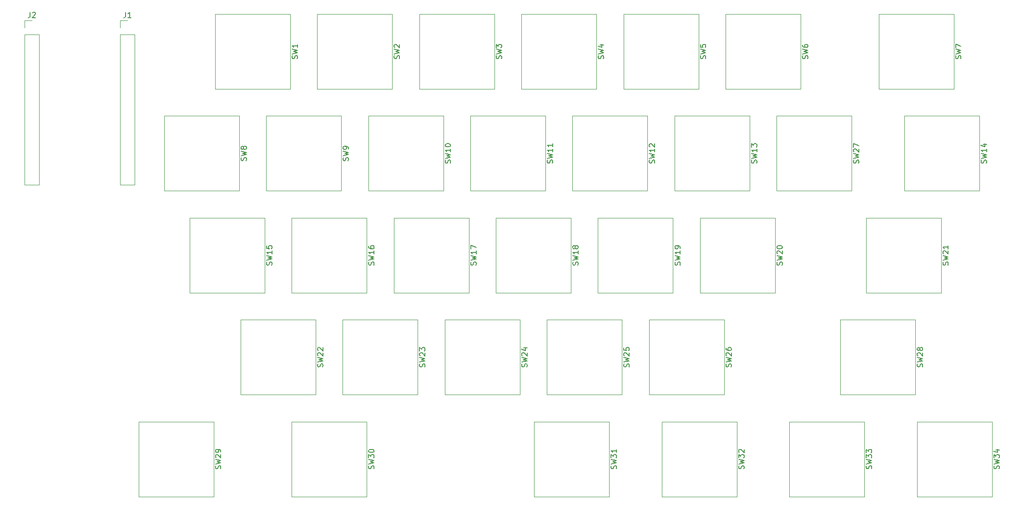
<source format=gbr>
%TF.GenerationSoftware,KiCad,Pcbnew,(6.0.4)*%
%TF.CreationDate,2022-03-31T09:00:27-07:00*%
%TF.ProjectId,hip-factor-3-r,6869702d-6661-4637-946f-722d332d722e,rev?*%
%TF.SameCoordinates,Original*%
%TF.FileFunction,Legend,Top*%
%TF.FilePolarity,Positive*%
%FSLAX46Y46*%
G04 Gerber Fmt 4.6, Leading zero omitted, Abs format (unit mm)*
G04 Created by KiCad (PCBNEW (6.0.4)) date 2022-03-31 09:00:27*
%MOMM*%
%LPD*%
G01*
G04 APERTURE LIST*
%ADD10C,0.150000*%
%ADD11C,0.120000*%
G04 APERTURE END LIST*
D10*
%TO.C,SW9*%
X84278761Y-60333333D02*
X84326380Y-60190476D01*
X84326380Y-59952380D01*
X84278761Y-59857142D01*
X84231142Y-59809523D01*
X84135904Y-59761904D01*
X84040666Y-59761904D01*
X83945428Y-59809523D01*
X83897809Y-59857142D01*
X83850190Y-59952380D01*
X83802571Y-60142857D01*
X83754952Y-60238095D01*
X83707333Y-60285714D01*
X83612095Y-60333333D01*
X83516857Y-60333333D01*
X83421619Y-60285714D01*
X83374000Y-60238095D01*
X83326380Y-60142857D01*
X83326380Y-59904761D01*
X83374000Y-59761904D01*
X83326380Y-59428571D02*
X84326380Y-59190476D01*
X83612095Y-59000000D01*
X84326380Y-58809523D01*
X83326380Y-58571428D01*
X84326380Y-58142857D02*
X84326380Y-57952380D01*
X84278761Y-57857142D01*
X84231142Y-57809523D01*
X84088285Y-57714285D01*
X83897809Y-57666666D01*
X83516857Y-57666666D01*
X83421619Y-57714285D01*
X83374000Y-57761904D01*
X83326380Y-57857142D01*
X83326380Y-58047619D01*
X83374000Y-58142857D01*
X83421619Y-58190476D01*
X83516857Y-58238095D01*
X83754952Y-58238095D01*
X83850190Y-58190476D01*
X83897809Y-58142857D01*
X83945428Y-58047619D01*
X83945428Y-57857142D01*
X83897809Y-57761904D01*
X83850190Y-57714285D01*
X83754952Y-57666666D01*
%TO.C,SW25*%
X136528761Y-98809523D02*
X136576380Y-98666666D01*
X136576380Y-98428571D01*
X136528761Y-98333333D01*
X136481142Y-98285714D01*
X136385904Y-98238095D01*
X136290666Y-98238095D01*
X136195428Y-98285714D01*
X136147809Y-98333333D01*
X136100190Y-98428571D01*
X136052571Y-98619047D01*
X136004952Y-98714285D01*
X135957333Y-98761904D01*
X135862095Y-98809523D01*
X135766857Y-98809523D01*
X135671619Y-98761904D01*
X135624000Y-98714285D01*
X135576380Y-98619047D01*
X135576380Y-98380952D01*
X135624000Y-98238095D01*
X135576380Y-97904761D02*
X136576380Y-97666666D01*
X135862095Y-97476190D01*
X136576380Y-97285714D01*
X135576380Y-97047619D01*
X135671619Y-96714285D02*
X135624000Y-96666666D01*
X135576380Y-96571428D01*
X135576380Y-96333333D01*
X135624000Y-96238095D01*
X135671619Y-96190476D01*
X135766857Y-96142857D01*
X135862095Y-96142857D01*
X136004952Y-96190476D01*
X136576380Y-96761904D01*
X136576380Y-96142857D01*
X135576380Y-95238095D02*
X135576380Y-95714285D01*
X136052571Y-95761904D01*
X136004952Y-95714285D01*
X135957333Y-95619047D01*
X135957333Y-95380952D01*
X136004952Y-95285714D01*
X136052571Y-95238095D01*
X136147809Y-95190476D01*
X136385904Y-95190476D01*
X136481142Y-95238095D01*
X136528761Y-95285714D01*
X136576380Y-95380952D01*
X136576380Y-95619047D01*
X136528761Y-95714285D01*
X136481142Y-95761904D01*
%TO.C,SW10*%
X103278761Y-60809523D02*
X103326380Y-60666666D01*
X103326380Y-60428571D01*
X103278761Y-60333333D01*
X103231142Y-60285714D01*
X103135904Y-60238095D01*
X103040666Y-60238095D01*
X102945428Y-60285714D01*
X102897809Y-60333333D01*
X102850190Y-60428571D01*
X102802571Y-60619047D01*
X102754952Y-60714285D01*
X102707333Y-60761904D01*
X102612095Y-60809523D01*
X102516857Y-60809523D01*
X102421619Y-60761904D01*
X102374000Y-60714285D01*
X102326380Y-60619047D01*
X102326380Y-60380952D01*
X102374000Y-60238095D01*
X102326380Y-59904761D02*
X103326380Y-59666666D01*
X102612095Y-59476190D01*
X103326380Y-59285714D01*
X102326380Y-59047619D01*
X103326380Y-58142857D02*
X103326380Y-58714285D01*
X103326380Y-58428571D02*
X102326380Y-58428571D01*
X102469238Y-58523809D01*
X102564476Y-58619047D01*
X102612095Y-58714285D01*
X102326380Y-57523809D02*
X102326380Y-57428571D01*
X102374000Y-57333333D01*
X102421619Y-57285714D01*
X102516857Y-57238095D01*
X102707333Y-57190476D01*
X102945428Y-57190476D01*
X103135904Y-57238095D01*
X103231142Y-57285714D01*
X103278761Y-57333333D01*
X103326380Y-57428571D01*
X103326380Y-57523809D01*
X103278761Y-57619047D01*
X103231142Y-57666666D01*
X103135904Y-57714285D01*
X102945428Y-57761904D01*
X102707333Y-57761904D01*
X102516857Y-57714285D01*
X102421619Y-57666666D01*
X102374000Y-57619047D01*
X102326380Y-57523809D01*
%TO.C,SW13*%
X160278761Y-60809523D02*
X160326380Y-60666666D01*
X160326380Y-60428571D01*
X160278761Y-60333333D01*
X160231142Y-60285714D01*
X160135904Y-60238095D01*
X160040666Y-60238095D01*
X159945428Y-60285714D01*
X159897809Y-60333333D01*
X159850190Y-60428571D01*
X159802571Y-60619047D01*
X159754952Y-60714285D01*
X159707333Y-60761904D01*
X159612095Y-60809523D01*
X159516857Y-60809523D01*
X159421619Y-60761904D01*
X159374000Y-60714285D01*
X159326380Y-60619047D01*
X159326380Y-60380952D01*
X159374000Y-60238095D01*
X159326380Y-59904761D02*
X160326380Y-59666666D01*
X159612095Y-59476190D01*
X160326380Y-59285714D01*
X159326380Y-59047619D01*
X160326380Y-58142857D02*
X160326380Y-58714285D01*
X160326380Y-58428571D02*
X159326380Y-58428571D01*
X159469238Y-58523809D01*
X159564476Y-58619047D01*
X159612095Y-58714285D01*
X159326380Y-57809523D02*
X159326380Y-57190476D01*
X159707333Y-57523809D01*
X159707333Y-57380952D01*
X159754952Y-57285714D01*
X159802571Y-57238095D01*
X159897809Y-57190476D01*
X160135904Y-57190476D01*
X160231142Y-57238095D01*
X160278761Y-57285714D01*
X160326380Y-57380952D01*
X160326380Y-57666666D01*
X160278761Y-57761904D01*
X160231142Y-57809523D01*
%TO.C,SW5*%
X150778761Y-41333333D02*
X150826380Y-41190476D01*
X150826380Y-40952380D01*
X150778761Y-40857142D01*
X150731142Y-40809523D01*
X150635904Y-40761904D01*
X150540666Y-40761904D01*
X150445428Y-40809523D01*
X150397809Y-40857142D01*
X150350190Y-40952380D01*
X150302571Y-41142857D01*
X150254952Y-41238095D01*
X150207333Y-41285714D01*
X150112095Y-41333333D01*
X150016857Y-41333333D01*
X149921619Y-41285714D01*
X149874000Y-41238095D01*
X149826380Y-41142857D01*
X149826380Y-40904761D01*
X149874000Y-40761904D01*
X149826380Y-40428571D02*
X150826380Y-40190476D01*
X150112095Y-40000000D01*
X150826380Y-39809523D01*
X149826380Y-39571428D01*
X149826380Y-38714285D02*
X149826380Y-39190476D01*
X150302571Y-39238095D01*
X150254952Y-39190476D01*
X150207333Y-39095238D01*
X150207333Y-38857142D01*
X150254952Y-38761904D01*
X150302571Y-38714285D01*
X150397809Y-38666666D01*
X150635904Y-38666666D01*
X150731142Y-38714285D01*
X150778761Y-38761904D01*
X150826380Y-38857142D01*
X150826380Y-39095238D01*
X150778761Y-39190476D01*
X150731142Y-39238095D01*
%TO.C,SW34*%
X205403761Y-117809523D02*
X205451380Y-117666666D01*
X205451380Y-117428571D01*
X205403761Y-117333333D01*
X205356142Y-117285714D01*
X205260904Y-117238095D01*
X205165666Y-117238095D01*
X205070428Y-117285714D01*
X205022809Y-117333333D01*
X204975190Y-117428571D01*
X204927571Y-117619047D01*
X204879952Y-117714285D01*
X204832333Y-117761904D01*
X204737095Y-117809523D01*
X204641857Y-117809523D01*
X204546619Y-117761904D01*
X204499000Y-117714285D01*
X204451380Y-117619047D01*
X204451380Y-117380952D01*
X204499000Y-117238095D01*
X204451380Y-116904761D02*
X205451380Y-116666666D01*
X204737095Y-116476190D01*
X205451380Y-116285714D01*
X204451380Y-116047619D01*
X204451380Y-115761904D02*
X204451380Y-115142857D01*
X204832333Y-115476190D01*
X204832333Y-115333333D01*
X204879952Y-115238095D01*
X204927571Y-115190476D01*
X205022809Y-115142857D01*
X205260904Y-115142857D01*
X205356142Y-115190476D01*
X205403761Y-115238095D01*
X205451380Y-115333333D01*
X205451380Y-115619047D01*
X205403761Y-115714285D01*
X205356142Y-115761904D01*
X204784714Y-114285714D02*
X205451380Y-114285714D01*
X204403761Y-114523809D02*
X205118047Y-114761904D01*
X205118047Y-114142857D01*
%TO.C,SW8*%
X65278761Y-60333333D02*
X65326380Y-60190476D01*
X65326380Y-59952380D01*
X65278761Y-59857142D01*
X65231142Y-59809523D01*
X65135904Y-59761904D01*
X65040666Y-59761904D01*
X64945428Y-59809523D01*
X64897809Y-59857142D01*
X64850190Y-59952380D01*
X64802571Y-60142857D01*
X64754952Y-60238095D01*
X64707333Y-60285714D01*
X64612095Y-60333333D01*
X64516857Y-60333333D01*
X64421619Y-60285714D01*
X64374000Y-60238095D01*
X64326380Y-60142857D01*
X64326380Y-59904761D01*
X64374000Y-59761904D01*
X64326380Y-59428571D02*
X65326380Y-59190476D01*
X64612095Y-59000000D01*
X65326380Y-58809523D01*
X64326380Y-58571428D01*
X64754952Y-58047619D02*
X64707333Y-58142857D01*
X64659714Y-58190476D01*
X64564476Y-58238095D01*
X64516857Y-58238095D01*
X64421619Y-58190476D01*
X64374000Y-58142857D01*
X64326380Y-58047619D01*
X64326380Y-57857142D01*
X64374000Y-57761904D01*
X64421619Y-57714285D01*
X64516857Y-57666666D01*
X64564476Y-57666666D01*
X64659714Y-57714285D01*
X64707333Y-57761904D01*
X64754952Y-57857142D01*
X64754952Y-58047619D01*
X64802571Y-58142857D01*
X64850190Y-58190476D01*
X64945428Y-58238095D01*
X65135904Y-58238095D01*
X65231142Y-58190476D01*
X65278761Y-58142857D01*
X65326380Y-58047619D01*
X65326380Y-57857142D01*
X65278761Y-57761904D01*
X65231142Y-57714285D01*
X65135904Y-57666666D01*
X64945428Y-57666666D01*
X64850190Y-57714285D01*
X64802571Y-57761904D01*
X64754952Y-57857142D01*
%TO.C,SW18*%
X127028761Y-79809523D02*
X127076380Y-79666666D01*
X127076380Y-79428571D01*
X127028761Y-79333333D01*
X126981142Y-79285714D01*
X126885904Y-79238095D01*
X126790666Y-79238095D01*
X126695428Y-79285714D01*
X126647809Y-79333333D01*
X126600190Y-79428571D01*
X126552571Y-79619047D01*
X126504952Y-79714285D01*
X126457333Y-79761904D01*
X126362095Y-79809523D01*
X126266857Y-79809523D01*
X126171619Y-79761904D01*
X126124000Y-79714285D01*
X126076380Y-79619047D01*
X126076380Y-79380952D01*
X126124000Y-79238095D01*
X126076380Y-78904761D02*
X127076380Y-78666666D01*
X126362095Y-78476190D01*
X127076380Y-78285714D01*
X126076380Y-78047619D01*
X127076380Y-77142857D02*
X127076380Y-77714285D01*
X127076380Y-77428571D02*
X126076380Y-77428571D01*
X126219238Y-77523809D01*
X126314476Y-77619047D01*
X126362095Y-77714285D01*
X126504952Y-76571428D02*
X126457333Y-76666666D01*
X126409714Y-76714285D01*
X126314476Y-76761904D01*
X126266857Y-76761904D01*
X126171619Y-76714285D01*
X126124000Y-76666666D01*
X126076380Y-76571428D01*
X126076380Y-76380952D01*
X126124000Y-76285714D01*
X126171619Y-76238095D01*
X126266857Y-76190476D01*
X126314476Y-76190476D01*
X126409714Y-76238095D01*
X126457333Y-76285714D01*
X126504952Y-76380952D01*
X126504952Y-76571428D01*
X126552571Y-76666666D01*
X126600190Y-76714285D01*
X126695428Y-76761904D01*
X126885904Y-76761904D01*
X126981142Y-76714285D01*
X127028761Y-76666666D01*
X127076380Y-76571428D01*
X127076380Y-76380952D01*
X127028761Y-76285714D01*
X126981142Y-76238095D01*
X126885904Y-76190476D01*
X126695428Y-76190476D01*
X126600190Y-76238095D01*
X126552571Y-76285714D01*
X126504952Y-76380952D01*
%TO.C,SW32*%
X157903761Y-117809523D02*
X157951380Y-117666666D01*
X157951380Y-117428571D01*
X157903761Y-117333333D01*
X157856142Y-117285714D01*
X157760904Y-117238095D01*
X157665666Y-117238095D01*
X157570428Y-117285714D01*
X157522809Y-117333333D01*
X157475190Y-117428571D01*
X157427571Y-117619047D01*
X157379952Y-117714285D01*
X157332333Y-117761904D01*
X157237095Y-117809523D01*
X157141857Y-117809523D01*
X157046619Y-117761904D01*
X156999000Y-117714285D01*
X156951380Y-117619047D01*
X156951380Y-117380952D01*
X156999000Y-117238095D01*
X156951380Y-116904761D02*
X157951380Y-116666666D01*
X157237095Y-116476190D01*
X157951380Y-116285714D01*
X156951380Y-116047619D01*
X156951380Y-115761904D02*
X156951380Y-115142857D01*
X157332333Y-115476190D01*
X157332333Y-115333333D01*
X157379952Y-115238095D01*
X157427571Y-115190476D01*
X157522809Y-115142857D01*
X157760904Y-115142857D01*
X157856142Y-115190476D01*
X157903761Y-115238095D01*
X157951380Y-115333333D01*
X157951380Y-115619047D01*
X157903761Y-115714285D01*
X157856142Y-115761904D01*
X157046619Y-114761904D02*
X156999000Y-114714285D01*
X156951380Y-114619047D01*
X156951380Y-114380952D01*
X156999000Y-114285714D01*
X157046619Y-114238095D01*
X157141857Y-114190476D01*
X157237095Y-114190476D01*
X157379952Y-114238095D01*
X157951380Y-114809523D01*
X157951380Y-114190476D01*
%TO.C,SW27*%
X179278761Y-60809523D02*
X179326380Y-60666666D01*
X179326380Y-60428571D01*
X179278761Y-60333333D01*
X179231142Y-60285714D01*
X179135904Y-60238095D01*
X179040666Y-60238095D01*
X178945428Y-60285714D01*
X178897809Y-60333333D01*
X178850190Y-60428571D01*
X178802571Y-60619047D01*
X178754952Y-60714285D01*
X178707333Y-60761904D01*
X178612095Y-60809523D01*
X178516857Y-60809523D01*
X178421619Y-60761904D01*
X178374000Y-60714285D01*
X178326380Y-60619047D01*
X178326380Y-60380952D01*
X178374000Y-60238095D01*
X178326380Y-59904761D02*
X179326380Y-59666666D01*
X178612095Y-59476190D01*
X179326380Y-59285714D01*
X178326380Y-59047619D01*
X178421619Y-58714285D02*
X178374000Y-58666666D01*
X178326380Y-58571428D01*
X178326380Y-58333333D01*
X178374000Y-58238095D01*
X178421619Y-58190476D01*
X178516857Y-58142857D01*
X178612095Y-58142857D01*
X178754952Y-58190476D01*
X179326380Y-58761904D01*
X179326380Y-58142857D01*
X178326380Y-57809523D02*
X178326380Y-57142857D01*
X179326380Y-57571428D01*
%TO.C,SW1*%
X74778761Y-41333333D02*
X74826380Y-41190476D01*
X74826380Y-40952380D01*
X74778761Y-40857142D01*
X74731142Y-40809523D01*
X74635904Y-40761904D01*
X74540666Y-40761904D01*
X74445428Y-40809523D01*
X74397809Y-40857142D01*
X74350190Y-40952380D01*
X74302571Y-41142857D01*
X74254952Y-41238095D01*
X74207333Y-41285714D01*
X74112095Y-41333333D01*
X74016857Y-41333333D01*
X73921619Y-41285714D01*
X73874000Y-41238095D01*
X73826380Y-41142857D01*
X73826380Y-40904761D01*
X73874000Y-40761904D01*
X73826380Y-40428571D02*
X74826380Y-40190476D01*
X74112095Y-40000000D01*
X74826380Y-39809523D01*
X73826380Y-39571428D01*
X74826380Y-38666666D02*
X74826380Y-39238095D01*
X74826380Y-38952380D02*
X73826380Y-38952380D01*
X73969238Y-39047619D01*
X74064476Y-39142857D01*
X74112095Y-39238095D01*
%TO.C,SW21*%
X195903761Y-79809523D02*
X195951380Y-79666666D01*
X195951380Y-79428571D01*
X195903761Y-79333333D01*
X195856142Y-79285714D01*
X195760904Y-79238095D01*
X195665666Y-79238095D01*
X195570428Y-79285714D01*
X195522809Y-79333333D01*
X195475190Y-79428571D01*
X195427571Y-79619047D01*
X195379952Y-79714285D01*
X195332333Y-79761904D01*
X195237095Y-79809523D01*
X195141857Y-79809523D01*
X195046619Y-79761904D01*
X194999000Y-79714285D01*
X194951380Y-79619047D01*
X194951380Y-79380952D01*
X194999000Y-79238095D01*
X194951380Y-78904761D02*
X195951380Y-78666666D01*
X195237095Y-78476190D01*
X195951380Y-78285714D01*
X194951380Y-78047619D01*
X195046619Y-77714285D02*
X194999000Y-77666666D01*
X194951380Y-77571428D01*
X194951380Y-77333333D01*
X194999000Y-77238095D01*
X195046619Y-77190476D01*
X195141857Y-77142857D01*
X195237095Y-77142857D01*
X195379952Y-77190476D01*
X195951380Y-77761904D01*
X195951380Y-77142857D01*
X195951380Y-76190476D02*
X195951380Y-76761904D01*
X195951380Y-76476190D02*
X194951380Y-76476190D01*
X195094238Y-76571428D01*
X195189476Y-76666666D01*
X195237095Y-76761904D01*
%TO.C,SW17*%
X108028761Y-79809523D02*
X108076380Y-79666666D01*
X108076380Y-79428571D01*
X108028761Y-79333333D01*
X107981142Y-79285714D01*
X107885904Y-79238095D01*
X107790666Y-79238095D01*
X107695428Y-79285714D01*
X107647809Y-79333333D01*
X107600190Y-79428571D01*
X107552571Y-79619047D01*
X107504952Y-79714285D01*
X107457333Y-79761904D01*
X107362095Y-79809523D01*
X107266857Y-79809523D01*
X107171619Y-79761904D01*
X107124000Y-79714285D01*
X107076380Y-79619047D01*
X107076380Y-79380952D01*
X107124000Y-79238095D01*
X107076380Y-78904761D02*
X108076380Y-78666666D01*
X107362095Y-78476190D01*
X108076380Y-78285714D01*
X107076380Y-78047619D01*
X108076380Y-77142857D02*
X108076380Y-77714285D01*
X108076380Y-77428571D02*
X107076380Y-77428571D01*
X107219238Y-77523809D01*
X107314476Y-77619047D01*
X107362095Y-77714285D01*
X107076380Y-76809523D02*
X107076380Y-76142857D01*
X108076380Y-76571428D01*
%TO.C,SW14*%
X203028761Y-60809523D02*
X203076380Y-60666666D01*
X203076380Y-60428571D01*
X203028761Y-60333333D01*
X202981142Y-60285714D01*
X202885904Y-60238095D01*
X202790666Y-60238095D01*
X202695428Y-60285714D01*
X202647809Y-60333333D01*
X202600190Y-60428571D01*
X202552571Y-60619047D01*
X202504952Y-60714285D01*
X202457333Y-60761904D01*
X202362095Y-60809523D01*
X202266857Y-60809523D01*
X202171619Y-60761904D01*
X202124000Y-60714285D01*
X202076380Y-60619047D01*
X202076380Y-60380952D01*
X202124000Y-60238095D01*
X202076380Y-59904761D02*
X203076380Y-59666666D01*
X202362095Y-59476190D01*
X203076380Y-59285714D01*
X202076380Y-59047619D01*
X203076380Y-58142857D02*
X203076380Y-58714285D01*
X203076380Y-58428571D02*
X202076380Y-58428571D01*
X202219238Y-58523809D01*
X202314476Y-58619047D01*
X202362095Y-58714285D01*
X202409714Y-57285714D02*
X203076380Y-57285714D01*
X202028761Y-57523809D02*
X202743047Y-57761904D01*
X202743047Y-57142857D01*
%TO.C,J1*%
X42846666Y-32682380D02*
X42846666Y-33396666D01*
X42799047Y-33539523D01*
X42703809Y-33634761D01*
X42560952Y-33682380D01*
X42465714Y-33682380D01*
X43846666Y-33682380D02*
X43275238Y-33682380D01*
X43560952Y-33682380D02*
X43560952Y-32682380D01*
X43465714Y-32825238D01*
X43370476Y-32920476D01*
X43275238Y-32968095D01*
%TO.C,SW29*%
X60528761Y-117809523D02*
X60576380Y-117666666D01*
X60576380Y-117428571D01*
X60528761Y-117333333D01*
X60481142Y-117285714D01*
X60385904Y-117238095D01*
X60290666Y-117238095D01*
X60195428Y-117285714D01*
X60147809Y-117333333D01*
X60100190Y-117428571D01*
X60052571Y-117619047D01*
X60004952Y-117714285D01*
X59957333Y-117761904D01*
X59862095Y-117809523D01*
X59766857Y-117809523D01*
X59671619Y-117761904D01*
X59624000Y-117714285D01*
X59576380Y-117619047D01*
X59576380Y-117380952D01*
X59624000Y-117238095D01*
X59576380Y-116904761D02*
X60576380Y-116666666D01*
X59862095Y-116476190D01*
X60576380Y-116285714D01*
X59576380Y-116047619D01*
X59671619Y-115714285D02*
X59624000Y-115666666D01*
X59576380Y-115571428D01*
X59576380Y-115333333D01*
X59624000Y-115238095D01*
X59671619Y-115190476D01*
X59766857Y-115142857D01*
X59862095Y-115142857D01*
X60004952Y-115190476D01*
X60576380Y-115761904D01*
X60576380Y-115142857D01*
X60576380Y-114666666D02*
X60576380Y-114476190D01*
X60528761Y-114380952D01*
X60481142Y-114333333D01*
X60338285Y-114238095D01*
X60147809Y-114190476D01*
X59766857Y-114190476D01*
X59671619Y-114238095D01*
X59624000Y-114285714D01*
X59576380Y-114380952D01*
X59576380Y-114571428D01*
X59624000Y-114666666D01*
X59671619Y-114714285D01*
X59766857Y-114761904D01*
X60004952Y-114761904D01*
X60100190Y-114714285D01*
X60147809Y-114666666D01*
X60195428Y-114571428D01*
X60195428Y-114380952D01*
X60147809Y-114285714D01*
X60100190Y-114238095D01*
X60004952Y-114190476D01*
%TO.C,SW31*%
X134153761Y-117809523D02*
X134201380Y-117666666D01*
X134201380Y-117428571D01*
X134153761Y-117333333D01*
X134106142Y-117285714D01*
X134010904Y-117238095D01*
X133915666Y-117238095D01*
X133820428Y-117285714D01*
X133772809Y-117333333D01*
X133725190Y-117428571D01*
X133677571Y-117619047D01*
X133629952Y-117714285D01*
X133582333Y-117761904D01*
X133487095Y-117809523D01*
X133391857Y-117809523D01*
X133296619Y-117761904D01*
X133249000Y-117714285D01*
X133201380Y-117619047D01*
X133201380Y-117380952D01*
X133249000Y-117238095D01*
X133201380Y-116904761D02*
X134201380Y-116666666D01*
X133487095Y-116476190D01*
X134201380Y-116285714D01*
X133201380Y-116047619D01*
X133201380Y-115761904D02*
X133201380Y-115142857D01*
X133582333Y-115476190D01*
X133582333Y-115333333D01*
X133629952Y-115238095D01*
X133677571Y-115190476D01*
X133772809Y-115142857D01*
X134010904Y-115142857D01*
X134106142Y-115190476D01*
X134153761Y-115238095D01*
X134201380Y-115333333D01*
X134201380Y-115619047D01*
X134153761Y-115714285D01*
X134106142Y-115761904D01*
X134201380Y-114190476D02*
X134201380Y-114761904D01*
X134201380Y-114476190D02*
X133201380Y-114476190D01*
X133344238Y-114571428D01*
X133439476Y-114666666D01*
X133487095Y-114761904D01*
%TO.C,SW23*%
X98528761Y-98809523D02*
X98576380Y-98666666D01*
X98576380Y-98428571D01*
X98528761Y-98333333D01*
X98481142Y-98285714D01*
X98385904Y-98238095D01*
X98290666Y-98238095D01*
X98195428Y-98285714D01*
X98147809Y-98333333D01*
X98100190Y-98428571D01*
X98052571Y-98619047D01*
X98004952Y-98714285D01*
X97957333Y-98761904D01*
X97862095Y-98809523D01*
X97766857Y-98809523D01*
X97671619Y-98761904D01*
X97624000Y-98714285D01*
X97576380Y-98619047D01*
X97576380Y-98380952D01*
X97624000Y-98238095D01*
X97576380Y-97904761D02*
X98576380Y-97666666D01*
X97862095Y-97476190D01*
X98576380Y-97285714D01*
X97576380Y-97047619D01*
X97671619Y-96714285D02*
X97624000Y-96666666D01*
X97576380Y-96571428D01*
X97576380Y-96333333D01*
X97624000Y-96238095D01*
X97671619Y-96190476D01*
X97766857Y-96142857D01*
X97862095Y-96142857D01*
X98004952Y-96190476D01*
X98576380Y-96761904D01*
X98576380Y-96142857D01*
X97576380Y-95809523D02*
X97576380Y-95190476D01*
X97957333Y-95523809D01*
X97957333Y-95380952D01*
X98004952Y-95285714D01*
X98052571Y-95238095D01*
X98147809Y-95190476D01*
X98385904Y-95190476D01*
X98481142Y-95238095D01*
X98528761Y-95285714D01*
X98576380Y-95380952D01*
X98576380Y-95666666D01*
X98528761Y-95761904D01*
X98481142Y-95809523D01*
%TO.C,SW12*%
X141278761Y-60809523D02*
X141326380Y-60666666D01*
X141326380Y-60428571D01*
X141278761Y-60333333D01*
X141231142Y-60285714D01*
X141135904Y-60238095D01*
X141040666Y-60238095D01*
X140945428Y-60285714D01*
X140897809Y-60333333D01*
X140850190Y-60428571D01*
X140802571Y-60619047D01*
X140754952Y-60714285D01*
X140707333Y-60761904D01*
X140612095Y-60809523D01*
X140516857Y-60809523D01*
X140421619Y-60761904D01*
X140374000Y-60714285D01*
X140326380Y-60619047D01*
X140326380Y-60380952D01*
X140374000Y-60238095D01*
X140326380Y-59904761D02*
X141326380Y-59666666D01*
X140612095Y-59476190D01*
X141326380Y-59285714D01*
X140326380Y-59047619D01*
X141326380Y-58142857D02*
X141326380Y-58714285D01*
X141326380Y-58428571D02*
X140326380Y-58428571D01*
X140469238Y-58523809D01*
X140564476Y-58619047D01*
X140612095Y-58714285D01*
X140421619Y-57761904D02*
X140374000Y-57714285D01*
X140326380Y-57619047D01*
X140326380Y-57380952D01*
X140374000Y-57285714D01*
X140421619Y-57238095D01*
X140516857Y-57190476D01*
X140612095Y-57190476D01*
X140754952Y-57238095D01*
X141326380Y-57809523D01*
X141326380Y-57190476D01*
%TO.C,SW19*%
X146028761Y-79809523D02*
X146076380Y-79666666D01*
X146076380Y-79428571D01*
X146028761Y-79333333D01*
X145981142Y-79285714D01*
X145885904Y-79238095D01*
X145790666Y-79238095D01*
X145695428Y-79285714D01*
X145647809Y-79333333D01*
X145600190Y-79428571D01*
X145552571Y-79619047D01*
X145504952Y-79714285D01*
X145457333Y-79761904D01*
X145362095Y-79809523D01*
X145266857Y-79809523D01*
X145171619Y-79761904D01*
X145124000Y-79714285D01*
X145076380Y-79619047D01*
X145076380Y-79380952D01*
X145124000Y-79238095D01*
X145076380Y-78904761D02*
X146076380Y-78666666D01*
X145362095Y-78476190D01*
X146076380Y-78285714D01*
X145076380Y-78047619D01*
X146076380Y-77142857D02*
X146076380Y-77714285D01*
X146076380Y-77428571D02*
X145076380Y-77428571D01*
X145219238Y-77523809D01*
X145314476Y-77619047D01*
X145362095Y-77714285D01*
X146076380Y-76666666D02*
X146076380Y-76476190D01*
X146028761Y-76380952D01*
X145981142Y-76333333D01*
X145838285Y-76238095D01*
X145647809Y-76190476D01*
X145266857Y-76190476D01*
X145171619Y-76238095D01*
X145124000Y-76285714D01*
X145076380Y-76380952D01*
X145076380Y-76571428D01*
X145124000Y-76666666D01*
X145171619Y-76714285D01*
X145266857Y-76761904D01*
X145504952Y-76761904D01*
X145600190Y-76714285D01*
X145647809Y-76666666D01*
X145695428Y-76571428D01*
X145695428Y-76380952D01*
X145647809Y-76285714D01*
X145600190Y-76238095D01*
X145504952Y-76190476D01*
%TO.C,SW2*%
X93778761Y-41333333D02*
X93826380Y-41190476D01*
X93826380Y-40952380D01*
X93778761Y-40857142D01*
X93731142Y-40809523D01*
X93635904Y-40761904D01*
X93540666Y-40761904D01*
X93445428Y-40809523D01*
X93397809Y-40857142D01*
X93350190Y-40952380D01*
X93302571Y-41142857D01*
X93254952Y-41238095D01*
X93207333Y-41285714D01*
X93112095Y-41333333D01*
X93016857Y-41333333D01*
X92921619Y-41285714D01*
X92874000Y-41238095D01*
X92826380Y-41142857D01*
X92826380Y-40904761D01*
X92874000Y-40761904D01*
X92826380Y-40428571D02*
X93826380Y-40190476D01*
X93112095Y-40000000D01*
X93826380Y-39809523D01*
X92826380Y-39571428D01*
X92921619Y-39238095D02*
X92874000Y-39190476D01*
X92826380Y-39095238D01*
X92826380Y-38857142D01*
X92874000Y-38761904D01*
X92921619Y-38714285D01*
X93016857Y-38666666D01*
X93112095Y-38666666D01*
X93254952Y-38714285D01*
X93826380Y-39285714D01*
X93826380Y-38666666D01*
%TO.C,SW16*%
X89028761Y-79809523D02*
X89076380Y-79666666D01*
X89076380Y-79428571D01*
X89028761Y-79333333D01*
X88981142Y-79285714D01*
X88885904Y-79238095D01*
X88790666Y-79238095D01*
X88695428Y-79285714D01*
X88647809Y-79333333D01*
X88600190Y-79428571D01*
X88552571Y-79619047D01*
X88504952Y-79714285D01*
X88457333Y-79761904D01*
X88362095Y-79809523D01*
X88266857Y-79809523D01*
X88171619Y-79761904D01*
X88124000Y-79714285D01*
X88076380Y-79619047D01*
X88076380Y-79380952D01*
X88124000Y-79238095D01*
X88076380Y-78904761D02*
X89076380Y-78666666D01*
X88362095Y-78476190D01*
X89076380Y-78285714D01*
X88076380Y-78047619D01*
X89076380Y-77142857D02*
X89076380Y-77714285D01*
X89076380Y-77428571D02*
X88076380Y-77428571D01*
X88219238Y-77523809D01*
X88314476Y-77619047D01*
X88362095Y-77714285D01*
X88076380Y-76285714D02*
X88076380Y-76476190D01*
X88124000Y-76571428D01*
X88171619Y-76619047D01*
X88314476Y-76714285D01*
X88504952Y-76761904D01*
X88885904Y-76761904D01*
X88981142Y-76714285D01*
X89028761Y-76666666D01*
X89076380Y-76571428D01*
X89076380Y-76380952D01*
X89028761Y-76285714D01*
X88981142Y-76238095D01*
X88885904Y-76190476D01*
X88647809Y-76190476D01*
X88552571Y-76238095D01*
X88504952Y-76285714D01*
X88457333Y-76380952D01*
X88457333Y-76571428D01*
X88504952Y-76666666D01*
X88552571Y-76714285D01*
X88647809Y-76761904D01*
%TO.C,SW26*%
X155528761Y-98809523D02*
X155576380Y-98666666D01*
X155576380Y-98428571D01*
X155528761Y-98333333D01*
X155481142Y-98285714D01*
X155385904Y-98238095D01*
X155290666Y-98238095D01*
X155195428Y-98285714D01*
X155147809Y-98333333D01*
X155100190Y-98428571D01*
X155052571Y-98619047D01*
X155004952Y-98714285D01*
X154957333Y-98761904D01*
X154862095Y-98809523D01*
X154766857Y-98809523D01*
X154671619Y-98761904D01*
X154624000Y-98714285D01*
X154576380Y-98619047D01*
X154576380Y-98380952D01*
X154624000Y-98238095D01*
X154576380Y-97904761D02*
X155576380Y-97666666D01*
X154862095Y-97476190D01*
X155576380Y-97285714D01*
X154576380Y-97047619D01*
X154671619Y-96714285D02*
X154624000Y-96666666D01*
X154576380Y-96571428D01*
X154576380Y-96333333D01*
X154624000Y-96238095D01*
X154671619Y-96190476D01*
X154766857Y-96142857D01*
X154862095Y-96142857D01*
X155004952Y-96190476D01*
X155576380Y-96761904D01*
X155576380Y-96142857D01*
X154576380Y-95285714D02*
X154576380Y-95476190D01*
X154624000Y-95571428D01*
X154671619Y-95619047D01*
X154814476Y-95714285D01*
X155004952Y-95761904D01*
X155385904Y-95761904D01*
X155481142Y-95714285D01*
X155528761Y-95666666D01*
X155576380Y-95571428D01*
X155576380Y-95380952D01*
X155528761Y-95285714D01*
X155481142Y-95238095D01*
X155385904Y-95190476D01*
X155147809Y-95190476D01*
X155052571Y-95238095D01*
X155004952Y-95285714D01*
X154957333Y-95380952D01*
X154957333Y-95571428D01*
X155004952Y-95666666D01*
X155052571Y-95714285D01*
X155147809Y-95761904D01*
%TO.C,SW7*%
X198278761Y-41333333D02*
X198326380Y-41190476D01*
X198326380Y-40952380D01*
X198278761Y-40857142D01*
X198231142Y-40809523D01*
X198135904Y-40761904D01*
X198040666Y-40761904D01*
X197945428Y-40809523D01*
X197897809Y-40857142D01*
X197850190Y-40952380D01*
X197802571Y-41142857D01*
X197754952Y-41238095D01*
X197707333Y-41285714D01*
X197612095Y-41333333D01*
X197516857Y-41333333D01*
X197421619Y-41285714D01*
X197374000Y-41238095D01*
X197326380Y-41142857D01*
X197326380Y-40904761D01*
X197374000Y-40761904D01*
X197326380Y-40428571D02*
X198326380Y-40190476D01*
X197612095Y-40000000D01*
X198326380Y-39809523D01*
X197326380Y-39571428D01*
X197326380Y-39285714D02*
X197326380Y-38619047D01*
X198326380Y-39047619D01*
%TO.C,SW20*%
X165028761Y-79809523D02*
X165076380Y-79666666D01*
X165076380Y-79428571D01*
X165028761Y-79333333D01*
X164981142Y-79285714D01*
X164885904Y-79238095D01*
X164790666Y-79238095D01*
X164695428Y-79285714D01*
X164647809Y-79333333D01*
X164600190Y-79428571D01*
X164552571Y-79619047D01*
X164504952Y-79714285D01*
X164457333Y-79761904D01*
X164362095Y-79809523D01*
X164266857Y-79809523D01*
X164171619Y-79761904D01*
X164124000Y-79714285D01*
X164076380Y-79619047D01*
X164076380Y-79380952D01*
X164124000Y-79238095D01*
X164076380Y-78904761D02*
X165076380Y-78666666D01*
X164362095Y-78476190D01*
X165076380Y-78285714D01*
X164076380Y-78047619D01*
X164171619Y-77714285D02*
X164124000Y-77666666D01*
X164076380Y-77571428D01*
X164076380Y-77333333D01*
X164124000Y-77238095D01*
X164171619Y-77190476D01*
X164266857Y-77142857D01*
X164362095Y-77142857D01*
X164504952Y-77190476D01*
X165076380Y-77761904D01*
X165076380Y-77142857D01*
X164076380Y-76523809D02*
X164076380Y-76428571D01*
X164124000Y-76333333D01*
X164171619Y-76285714D01*
X164266857Y-76238095D01*
X164457333Y-76190476D01*
X164695428Y-76190476D01*
X164885904Y-76238095D01*
X164981142Y-76285714D01*
X165028761Y-76333333D01*
X165076380Y-76428571D01*
X165076380Y-76523809D01*
X165028761Y-76619047D01*
X164981142Y-76666666D01*
X164885904Y-76714285D01*
X164695428Y-76761904D01*
X164457333Y-76761904D01*
X164266857Y-76714285D01*
X164171619Y-76666666D01*
X164124000Y-76619047D01*
X164076380Y-76523809D01*
%TO.C,SW4*%
X131778761Y-41333333D02*
X131826380Y-41190476D01*
X131826380Y-40952380D01*
X131778761Y-40857142D01*
X131731142Y-40809523D01*
X131635904Y-40761904D01*
X131540666Y-40761904D01*
X131445428Y-40809523D01*
X131397809Y-40857142D01*
X131350190Y-40952380D01*
X131302571Y-41142857D01*
X131254952Y-41238095D01*
X131207333Y-41285714D01*
X131112095Y-41333333D01*
X131016857Y-41333333D01*
X130921619Y-41285714D01*
X130874000Y-41238095D01*
X130826380Y-41142857D01*
X130826380Y-40904761D01*
X130874000Y-40761904D01*
X130826380Y-40428571D02*
X131826380Y-40190476D01*
X131112095Y-40000000D01*
X131826380Y-39809523D01*
X130826380Y-39571428D01*
X131159714Y-38761904D02*
X131826380Y-38761904D01*
X130778761Y-39000000D02*
X131493047Y-39238095D01*
X131493047Y-38619047D01*
%TO.C,SW11*%
X122278761Y-60809523D02*
X122326380Y-60666666D01*
X122326380Y-60428571D01*
X122278761Y-60333333D01*
X122231142Y-60285714D01*
X122135904Y-60238095D01*
X122040666Y-60238095D01*
X121945428Y-60285714D01*
X121897809Y-60333333D01*
X121850190Y-60428571D01*
X121802571Y-60619047D01*
X121754952Y-60714285D01*
X121707333Y-60761904D01*
X121612095Y-60809523D01*
X121516857Y-60809523D01*
X121421619Y-60761904D01*
X121374000Y-60714285D01*
X121326380Y-60619047D01*
X121326380Y-60380952D01*
X121374000Y-60238095D01*
X121326380Y-59904761D02*
X122326380Y-59666666D01*
X121612095Y-59476190D01*
X122326380Y-59285714D01*
X121326380Y-59047619D01*
X122326380Y-58142857D02*
X122326380Y-58714285D01*
X122326380Y-58428571D02*
X121326380Y-58428571D01*
X121469238Y-58523809D01*
X121564476Y-58619047D01*
X121612095Y-58714285D01*
X122326380Y-57190476D02*
X122326380Y-57761904D01*
X122326380Y-57476190D02*
X121326380Y-57476190D01*
X121469238Y-57571428D01*
X121564476Y-57666666D01*
X121612095Y-57761904D01*
%TO.C,SW33*%
X181653761Y-117809523D02*
X181701380Y-117666666D01*
X181701380Y-117428571D01*
X181653761Y-117333333D01*
X181606142Y-117285714D01*
X181510904Y-117238095D01*
X181415666Y-117238095D01*
X181320428Y-117285714D01*
X181272809Y-117333333D01*
X181225190Y-117428571D01*
X181177571Y-117619047D01*
X181129952Y-117714285D01*
X181082333Y-117761904D01*
X180987095Y-117809523D01*
X180891857Y-117809523D01*
X180796619Y-117761904D01*
X180749000Y-117714285D01*
X180701380Y-117619047D01*
X180701380Y-117380952D01*
X180749000Y-117238095D01*
X180701380Y-116904761D02*
X181701380Y-116666666D01*
X180987095Y-116476190D01*
X181701380Y-116285714D01*
X180701380Y-116047619D01*
X180701380Y-115761904D02*
X180701380Y-115142857D01*
X181082333Y-115476190D01*
X181082333Y-115333333D01*
X181129952Y-115238095D01*
X181177571Y-115190476D01*
X181272809Y-115142857D01*
X181510904Y-115142857D01*
X181606142Y-115190476D01*
X181653761Y-115238095D01*
X181701380Y-115333333D01*
X181701380Y-115619047D01*
X181653761Y-115714285D01*
X181606142Y-115761904D01*
X180701380Y-114809523D02*
X180701380Y-114190476D01*
X181082333Y-114523809D01*
X181082333Y-114380952D01*
X181129952Y-114285714D01*
X181177571Y-114238095D01*
X181272809Y-114190476D01*
X181510904Y-114190476D01*
X181606142Y-114238095D01*
X181653761Y-114285714D01*
X181701380Y-114380952D01*
X181701380Y-114666666D01*
X181653761Y-114761904D01*
X181606142Y-114809523D01*
%TO.C,SW3*%
X112778761Y-41333333D02*
X112826380Y-41190476D01*
X112826380Y-40952380D01*
X112778761Y-40857142D01*
X112731142Y-40809523D01*
X112635904Y-40761904D01*
X112540666Y-40761904D01*
X112445428Y-40809523D01*
X112397809Y-40857142D01*
X112350190Y-40952380D01*
X112302571Y-41142857D01*
X112254952Y-41238095D01*
X112207333Y-41285714D01*
X112112095Y-41333333D01*
X112016857Y-41333333D01*
X111921619Y-41285714D01*
X111874000Y-41238095D01*
X111826380Y-41142857D01*
X111826380Y-40904761D01*
X111874000Y-40761904D01*
X111826380Y-40428571D02*
X112826380Y-40190476D01*
X112112095Y-40000000D01*
X112826380Y-39809523D01*
X111826380Y-39571428D01*
X111826380Y-39285714D02*
X111826380Y-38666666D01*
X112207333Y-39000000D01*
X112207333Y-38857142D01*
X112254952Y-38761904D01*
X112302571Y-38714285D01*
X112397809Y-38666666D01*
X112635904Y-38666666D01*
X112731142Y-38714285D01*
X112778761Y-38761904D01*
X112826380Y-38857142D01*
X112826380Y-39142857D01*
X112778761Y-39238095D01*
X112731142Y-39285714D01*
%TO.C,SW28*%
X191153761Y-98809523D02*
X191201380Y-98666666D01*
X191201380Y-98428571D01*
X191153761Y-98333333D01*
X191106142Y-98285714D01*
X191010904Y-98238095D01*
X190915666Y-98238095D01*
X190820428Y-98285714D01*
X190772809Y-98333333D01*
X190725190Y-98428571D01*
X190677571Y-98619047D01*
X190629952Y-98714285D01*
X190582333Y-98761904D01*
X190487095Y-98809523D01*
X190391857Y-98809523D01*
X190296619Y-98761904D01*
X190249000Y-98714285D01*
X190201380Y-98619047D01*
X190201380Y-98380952D01*
X190249000Y-98238095D01*
X190201380Y-97904761D02*
X191201380Y-97666666D01*
X190487095Y-97476190D01*
X191201380Y-97285714D01*
X190201380Y-97047619D01*
X190296619Y-96714285D02*
X190249000Y-96666666D01*
X190201380Y-96571428D01*
X190201380Y-96333333D01*
X190249000Y-96238095D01*
X190296619Y-96190476D01*
X190391857Y-96142857D01*
X190487095Y-96142857D01*
X190629952Y-96190476D01*
X191201380Y-96761904D01*
X191201380Y-96142857D01*
X190629952Y-95571428D02*
X190582333Y-95666666D01*
X190534714Y-95714285D01*
X190439476Y-95761904D01*
X190391857Y-95761904D01*
X190296619Y-95714285D01*
X190249000Y-95666666D01*
X190201380Y-95571428D01*
X190201380Y-95380952D01*
X190249000Y-95285714D01*
X190296619Y-95238095D01*
X190391857Y-95190476D01*
X190439476Y-95190476D01*
X190534714Y-95238095D01*
X190582333Y-95285714D01*
X190629952Y-95380952D01*
X190629952Y-95571428D01*
X190677571Y-95666666D01*
X190725190Y-95714285D01*
X190820428Y-95761904D01*
X191010904Y-95761904D01*
X191106142Y-95714285D01*
X191153761Y-95666666D01*
X191201380Y-95571428D01*
X191201380Y-95380952D01*
X191153761Y-95285714D01*
X191106142Y-95238095D01*
X191010904Y-95190476D01*
X190820428Y-95190476D01*
X190725190Y-95238095D01*
X190677571Y-95285714D01*
X190629952Y-95380952D01*
%TO.C,SW15*%
X70028761Y-79809523D02*
X70076380Y-79666666D01*
X70076380Y-79428571D01*
X70028761Y-79333333D01*
X69981142Y-79285714D01*
X69885904Y-79238095D01*
X69790666Y-79238095D01*
X69695428Y-79285714D01*
X69647809Y-79333333D01*
X69600190Y-79428571D01*
X69552571Y-79619047D01*
X69504952Y-79714285D01*
X69457333Y-79761904D01*
X69362095Y-79809523D01*
X69266857Y-79809523D01*
X69171619Y-79761904D01*
X69124000Y-79714285D01*
X69076380Y-79619047D01*
X69076380Y-79380952D01*
X69124000Y-79238095D01*
X69076380Y-78904761D02*
X70076380Y-78666666D01*
X69362095Y-78476190D01*
X70076380Y-78285714D01*
X69076380Y-78047619D01*
X70076380Y-77142857D02*
X70076380Y-77714285D01*
X70076380Y-77428571D02*
X69076380Y-77428571D01*
X69219238Y-77523809D01*
X69314476Y-77619047D01*
X69362095Y-77714285D01*
X69076380Y-76238095D02*
X69076380Y-76714285D01*
X69552571Y-76761904D01*
X69504952Y-76714285D01*
X69457333Y-76619047D01*
X69457333Y-76380952D01*
X69504952Y-76285714D01*
X69552571Y-76238095D01*
X69647809Y-76190476D01*
X69885904Y-76190476D01*
X69981142Y-76238095D01*
X70028761Y-76285714D01*
X70076380Y-76380952D01*
X70076380Y-76619047D01*
X70028761Y-76714285D01*
X69981142Y-76761904D01*
%TO.C,SW22*%
X79528761Y-98809523D02*
X79576380Y-98666666D01*
X79576380Y-98428571D01*
X79528761Y-98333333D01*
X79481142Y-98285714D01*
X79385904Y-98238095D01*
X79290666Y-98238095D01*
X79195428Y-98285714D01*
X79147809Y-98333333D01*
X79100190Y-98428571D01*
X79052571Y-98619047D01*
X79004952Y-98714285D01*
X78957333Y-98761904D01*
X78862095Y-98809523D01*
X78766857Y-98809523D01*
X78671619Y-98761904D01*
X78624000Y-98714285D01*
X78576380Y-98619047D01*
X78576380Y-98380952D01*
X78624000Y-98238095D01*
X78576380Y-97904761D02*
X79576380Y-97666666D01*
X78862095Y-97476190D01*
X79576380Y-97285714D01*
X78576380Y-97047619D01*
X78671619Y-96714285D02*
X78624000Y-96666666D01*
X78576380Y-96571428D01*
X78576380Y-96333333D01*
X78624000Y-96238095D01*
X78671619Y-96190476D01*
X78766857Y-96142857D01*
X78862095Y-96142857D01*
X79004952Y-96190476D01*
X79576380Y-96761904D01*
X79576380Y-96142857D01*
X78671619Y-95761904D02*
X78624000Y-95714285D01*
X78576380Y-95619047D01*
X78576380Y-95380952D01*
X78624000Y-95285714D01*
X78671619Y-95238095D01*
X78766857Y-95190476D01*
X78862095Y-95190476D01*
X79004952Y-95238095D01*
X79576380Y-95809523D01*
X79576380Y-95190476D01*
%TO.C,SW6*%
X169778761Y-41333333D02*
X169826380Y-41190476D01*
X169826380Y-40952380D01*
X169778761Y-40857142D01*
X169731142Y-40809523D01*
X169635904Y-40761904D01*
X169540666Y-40761904D01*
X169445428Y-40809523D01*
X169397809Y-40857142D01*
X169350190Y-40952380D01*
X169302571Y-41142857D01*
X169254952Y-41238095D01*
X169207333Y-41285714D01*
X169112095Y-41333333D01*
X169016857Y-41333333D01*
X168921619Y-41285714D01*
X168874000Y-41238095D01*
X168826380Y-41142857D01*
X168826380Y-40904761D01*
X168874000Y-40761904D01*
X168826380Y-40428571D02*
X169826380Y-40190476D01*
X169112095Y-40000000D01*
X169826380Y-39809523D01*
X168826380Y-39571428D01*
X168826380Y-38761904D02*
X168826380Y-38952380D01*
X168874000Y-39047619D01*
X168921619Y-39095238D01*
X169064476Y-39190476D01*
X169254952Y-39238095D01*
X169635904Y-39238095D01*
X169731142Y-39190476D01*
X169778761Y-39142857D01*
X169826380Y-39047619D01*
X169826380Y-38857142D01*
X169778761Y-38761904D01*
X169731142Y-38714285D01*
X169635904Y-38666666D01*
X169397809Y-38666666D01*
X169302571Y-38714285D01*
X169254952Y-38761904D01*
X169207333Y-38857142D01*
X169207333Y-39047619D01*
X169254952Y-39142857D01*
X169302571Y-39190476D01*
X169397809Y-39238095D01*
%TO.C,J2*%
X25066666Y-32682380D02*
X25066666Y-33396666D01*
X25019047Y-33539523D01*
X24923809Y-33634761D01*
X24780952Y-33682380D01*
X24685714Y-33682380D01*
X25495238Y-32777619D02*
X25542857Y-32730000D01*
X25638095Y-32682380D01*
X25876190Y-32682380D01*
X25971428Y-32730000D01*
X26019047Y-32777619D01*
X26066666Y-32872857D01*
X26066666Y-32968095D01*
X26019047Y-33110952D01*
X25447619Y-33682380D01*
X26066666Y-33682380D01*
%TO.C,SW24*%
X117528761Y-98809523D02*
X117576380Y-98666666D01*
X117576380Y-98428571D01*
X117528761Y-98333333D01*
X117481142Y-98285714D01*
X117385904Y-98238095D01*
X117290666Y-98238095D01*
X117195428Y-98285714D01*
X117147809Y-98333333D01*
X117100190Y-98428571D01*
X117052571Y-98619047D01*
X117004952Y-98714285D01*
X116957333Y-98761904D01*
X116862095Y-98809523D01*
X116766857Y-98809523D01*
X116671619Y-98761904D01*
X116624000Y-98714285D01*
X116576380Y-98619047D01*
X116576380Y-98380952D01*
X116624000Y-98238095D01*
X116576380Y-97904761D02*
X117576380Y-97666666D01*
X116862095Y-97476190D01*
X117576380Y-97285714D01*
X116576380Y-97047619D01*
X116671619Y-96714285D02*
X116624000Y-96666666D01*
X116576380Y-96571428D01*
X116576380Y-96333333D01*
X116624000Y-96238095D01*
X116671619Y-96190476D01*
X116766857Y-96142857D01*
X116862095Y-96142857D01*
X117004952Y-96190476D01*
X117576380Y-96761904D01*
X117576380Y-96142857D01*
X116909714Y-95285714D02*
X117576380Y-95285714D01*
X116528761Y-95523809D02*
X117243047Y-95761904D01*
X117243047Y-95142857D01*
%TO.C,SW30*%
X89028761Y-117809523D02*
X89076380Y-117666666D01*
X89076380Y-117428571D01*
X89028761Y-117333333D01*
X88981142Y-117285714D01*
X88885904Y-117238095D01*
X88790666Y-117238095D01*
X88695428Y-117285714D01*
X88647809Y-117333333D01*
X88600190Y-117428571D01*
X88552571Y-117619047D01*
X88504952Y-117714285D01*
X88457333Y-117761904D01*
X88362095Y-117809523D01*
X88266857Y-117809523D01*
X88171619Y-117761904D01*
X88124000Y-117714285D01*
X88076380Y-117619047D01*
X88076380Y-117380952D01*
X88124000Y-117238095D01*
X88076380Y-116904761D02*
X89076380Y-116666666D01*
X88362095Y-116476190D01*
X89076380Y-116285714D01*
X88076380Y-116047619D01*
X88076380Y-115761904D02*
X88076380Y-115142857D01*
X88457333Y-115476190D01*
X88457333Y-115333333D01*
X88504952Y-115238095D01*
X88552571Y-115190476D01*
X88647809Y-115142857D01*
X88885904Y-115142857D01*
X88981142Y-115190476D01*
X89028761Y-115238095D01*
X89076380Y-115333333D01*
X89076380Y-115619047D01*
X89028761Y-115714285D01*
X88981142Y-115761904D01*
X88076380Y-114523809D02*
X88076380Y-114428571D01*
X88124000Y-114333333D01*
X88171619Y-114285714D01*
X88266857Y-114238095D01*
X88457333Y-114190476D01*
X88695428Y-114190476D01*
X88885904Y-114238095D01*
X88981142Y-114285714D01*
X89028761Y-114333333D01*
X89076380Y-114428571D01*
X89076380Y-114523809D01*
X89028761Y-114619047D01*
X88981142Y-114666666D01*
X88885904Y-114714285D01*
X88695428Y-114761904D01*
X88457333Y-114761904D01*
X88266857Y-114714285D01*
X88171619Y-114666666D01*
X88124000Y-114619047D01*
X88076380Y-114523809D01*
D11*
%TO.C,SW9*%
X69015000Y-65985000D02*
X69015000Y-52015000D01*
X82985000Y-52015000D02*
X82985000Y-65985000D01*
X82985000Y-65985000D02*
X69015000Y-65985000D01*
X69015000Y-52015000D02*
X82985000Y-52015000D01*
%TO.C,SW25*%
X135235000Y-103985000D02*
X121265000Y-103985000D01*
X121265000Y-90015000D02*
X135235000Y-90015000D01*
X135235000Y-90015000D02*
X135235000Y-103985000D01*
X121265000Y-103985000D02*
X121265000Y-90015000D01*
%TO.C,SW10*%
X88015000Y-65985000D02*
X88015000Y-52015000D01*
X88015000Y-52015000D02*
X101985000Y-52015000D01*
X101985000Y-52015000D02*
X101985000Y-65985000D01*
X101985000Y-65985000D02*
X88015000Y-65985000D01*
%TO.C,SW13*%
X145015000Y-52015000D02*
X158985000Y-52015000D01*
X158985000Y-65985000D02*
X145015000Y-65985000D01*
X158985000Y-52015000D02*
X158985000Y-65985000D01*
X145015000Y-65985000D02*
X145015000Y-52015000D01*
%TO.C,SW5*%
X135515000Y-33015000D02*
X149485000Y-33015000D01*
X135515000Y-46985000D02*
X135515000Y-33015000D01*
X149485000Y-46985000D02*
X135515000Y-46985000D01*
X149485000Y-33015000D02*
X149485000Y-46985000D01*
%TO.C,SW34*%
X204110000Y-122985000D02*
X190140000Y-122985000D01*
X204110000Y-109015000D02*
X204110000Y-122985000D01*
X190140000Y-109015000D02*
X204110000Y-109015000D01*
X190140000Y-122985000D02*
X190140000Y-109015000D01*
%TO.C,SW8*%
X50015000Y-65985000D02*
X50015000Y-52015000D01*
X63985000Y-52015000D02*
X63985000Y-65985000D01*
X63985000Y-65985000D02*
X50015000Y-65985000D01*
X50015000Y-52015000D02*
X63985000Y-52015000D01*
%TO.C,SW18*%
X125735000Y-71015000D02*
X125735000Y-84985000D01*
X125735000Y-84985000D02*
X111765000Y-84985000D01*
X111765000Y-84985000D02*
X111765000Y-71015000D01*
X111765000Y-71015000D02*
X125735000Y-71015000D01*
%TO.C,SW32*%
X142640000Y-122985000D02*
X142640000Y-109015000D01*
X156610000Y-109015000D02*
X156610000Y-122985000D01*
X156610000Y-122985000D02*
X142640000Y-122985000D01*
X142640000Y-109015000D02*
X156610000Y-109015000D01*
%TO.C,SW27*%
X177985000Y-52015000D02*
X177985000Y-65985000D01*
X164015000Y-65985000D02*
X164015000Y-52015000D01*
X164015000Y-52015000D02*
X177985000Y-52015000D01*
X177985000Y-65985000D02*
X164015000Y-65985000D01*
%TO.C,SW1*%
X59515000Y-33015000D02*
X73485000Y-33015000D01*
X73485000Y-46985000D02*
X59515000Y-46985000D01*
X59515000Y-46985000D02*
X59515000Y-33015000D01*
X73485000Y-33015000D02*
X73485000Y-46985000D01*
%TO.C,SW21*%
X194610000Y-84985000D02*
X180640000Y-84985000D01*
X180640000Y-71015000D02*
X194610000Y-71015000D01*
X194610000Y-71015000D02*
X194610000Y-84985000D01*
X180640000Y-84985000D02*
X180640000Y-71015000D01*
%TO.C,SW17*%
X92765000Y-71015000D02*
X106735000Y-71015000D01*
X92765000Y-84985000D02*
X92765000Y-71015000D01*
X106735000Y-71015000D02*
X106735000Y-84985000D01*
X106735000Y-84985000D02*
X92765000Y-84985000D01*
%TO.C,SW14*%
X201735000Y-52015000D02*
X201735000Y-65985000D01*
X187765000Y-52015000D02*
X201735000Y-52015000D01*
X201735000Y-65985000D02*
X187765000Y-65985000D01*
X187765000Y-65985000D02*
X187765000Y-52015000D01*
%TO.C,J1*%
X41850000Y-36830000D02*
X41850000Y-64830000D01*
X41850000Y-36830000D02*
X44510000Y-36830000D01*
X41850000Y-35560000D02*
X41850000Y-34230000D01*
X41850000Y-64830000D02*
X44510000Y-64830000D01*
X41850000Y-34230000D02*
X43180000Y-34230000D01*
X44510000Y-36830000D02*
X44510000Y-64830000D01*
%TO.C,SW29*%
X59235000Y-122985000D02*
X45265000Y-122985000D01*
X45265000Y-122985000D02*
X45265000Y-109015000D01*
X59235000Y-109015000D02*
X59235000Y-122985000D01*
X45265000Y-109015000D02*
X59235000Y-109015000D01*
%TO.C,SW31*%
X132860000Y-122985000D02*
X118890000Y-122985000D01*
X118890000Y-122985000D02*
X118890000Y-109015000D01*
X118890000Y-109015000D02*
X132860000Y-109015000D01*
X132860000Y-109015000D02*
X132860000Y-122985000D01*
%TO.C,SW23*%
X83265000Y-90015000D02*
X97235000Y-90015000D01*
X83265000Y-103985000D02*
X83265000Y-90015000D01*
X97235000Y-103985000D02*
X83265000Y-103985000D01*
X97235000Y-90015000D02*
X97235000Y-103985000D01*
%TO.C,SW12*%
X139985000Y-52015000D02*
X139985000Y-65985000D01*
X126015000Y-52015000D02*
X139985000Y-52015000D01*
X126015000Y-65985000D02*
X126015000Y-52015000D01*
X139985000Y-65985000D02*
X126015000Y-65985000D01*
%TO.C,SW19*%
X130765000Y-71015000D02*
X144735000Y-71015000D01*
X144735000Y-84985000D02*
X130765000Y-84985000D01*
X144735000Y-71015000D02*
X144735000Y-84985000D01*
X130765000Y-84985000D02*
X130765000Y-71015000D01*
%TO.C,SW2*%
X78515000Y-33015000D02*
X92485000Y-33015000D01*
X92485000Y-33015000D02*
X92485000Y-46985000D01*
X92485000Y-46985000D02*
X78515000Y-46985000D01*
X78515000Y-46985000D02*
X78515000Y-33015000D01*
%TO.C,SW16*%
X87735000Y-71015000D02*
X87735000Y-84985000D01*
X73765000Y-84985000D02*
X73765000Y-71015000D01*
X73765000Y-71015000D02*
X87735000Y-71015000D01*
X87735000Y-84985000D02*
X73765000Y-84985000D01*
%TO.C,SW26*%
X140265000Y-103985000D02*
X140265000Y-90015000D01*
X140265000Y-90015000D02*
X154235000Y-90015000D01*
X154235000Y-90015000D02*
X154235000Y-103985000D01*
X154235000Y-103985000D02*
X140265000Y-103985000D01*
%TO.C,SW7*%
X196985000Y-46985000D02*
X183015000Y-46985000D01*
X183015000Y-46985000D02*
X183015000Y-33015000D01*
X183015000Y-33015000D02*
X196985000Y-33015000D01*
X196985000Y-33015000D02*
X196985000Y-46985000D01*
%TO.C,SW20*%
X149765000Y-71015000D02*
X163735000Y-71015000D01*
X149765000Y-84985000D02*
X149765000Y-71015000D01*
X163735000Y-71015000D02*
X163735000Y-84985000D01*
X163735000Y-84985000D02*
X149765000Y-84985000D01*
%TO.C,SW4*%
X130485000Y-33015000D02*
X130485000Y-46985000D01*
X130485000Y-46985000D02*
X116515000Y-46985000D01*
X116515000Y-33015000D02*
X130485000Y-33015000D01*
X116515000Y-46985000D02*
X116515000Y-33015000D01*
%TO.C,SW11*%
X120985000Y-52015000D02*
X120985000Y-65985000D01*
X107015000Y-52015000D02*
X120985000Y-52015000D01*
X107015000Y-65985000D02*
X107015000Y-52015000D01*
X120985000Y-65985000D02*
X107015000Y-65985000D01*
%TO.C,SW33*%
X180360000Y-122985000D02*
X166390000Y-122985000D01*
X166390000Y-109015000D02*
X180360000Y-109015000D01*
X166390000Y-122985000D02*
X166390000Y-109015000D01*
X180360000Y-109015000D02*
X180360000Y-122985000D01*
%TO.C,SW3*%
X97515000Y-46985000D02*
X97515000Y-33015000D01*
X111485000Y-33015000D02*
X111485000Y-46985000D01*
X111485000Y-46985000D02*
X97515000Y-46985000D01*
X97515000Y-33015000D02*
X111485000Y-33015000D01*
%TO.C,SW28*%
X175890000Y-90015000D02*
X189860000Y-90015000D01*
X189860000Y-103985000D02*
X175890000Y-103985000D01*
X189860000Y-90015000D02*
X189860000Y-103985000D01*
X175890000Y-103985000D02*
X175890000Y-90015000D01*
%TO.C,SW15*%
X68735000Y-84985000D02*
X54765000Y-84985000D01*
X54765000Y-84985000D02*
X54765000Y-71015000D01*
X54765000Y-71015000D02*
X68735000Y-71015000D01*
X68735000Y-71015000D02*
X68735000Y-84985000D01*
%TO.C,SW22*%
X64265000Y-103985000D02*
X64265000Y-90015000D01*
X64265000Y-90015000D02*
X78235000Y-90015000D01*
X78235000Y-103985000D02*
X64265000Y-103985000D01*
X78235000Y-90015000D02*
X78235000Y-103985000D01*
%TO.C,SW6*%
X168485000Y-33015000D02*
X168485000Y-46985000D01*
X154515000Y-46985000D02*
X154515000Y-33015000D01*
X168485000Y-46985000D02*
X154515000Y-46985000D01*
X154515000Y-33015000D02*
X168485000Y-33015000D01*
%TO.C,J2*%
X26730000Y-36830000D02*
X26730000Y-64830000D01*
X24070000Y-36830000D02*
X26730000Y-36830000D01*
X24070000Y-36830000D02*
X24070000Y-64830000D01*
X24070000Y-64830000D02*
X26730000Y-64830000D01*
X24070000Y-35560000D02*
X24070000Y-34230000D01*
X24070000Y-34230000D02*
X25400000Y-34230000D01*
%TO.C,SW24*%
X102265000Y-90015000D02*
X116235000Y-90015000D01*
X116235000Y-103985000D02*
X102265000Y-103985000D01*
X116235000Y-90015000D02*
X116235000Y-103985000D01*
X102265000Y-103985000D02*
X102265000Y-90015000D01*
%TO.C,SW30*%
X87735000Y-122985000D02*
X73765000Y-122985000D01*
X73765000Y-109015000D02*
X87735000Y-109015000D01*
X87735000Y-109015000D02*
X87735000Y-122985000D01*
X73765000Y-122985000D02*
X73765000Y-109015000D01*
%TD*%
M02*

</source>
